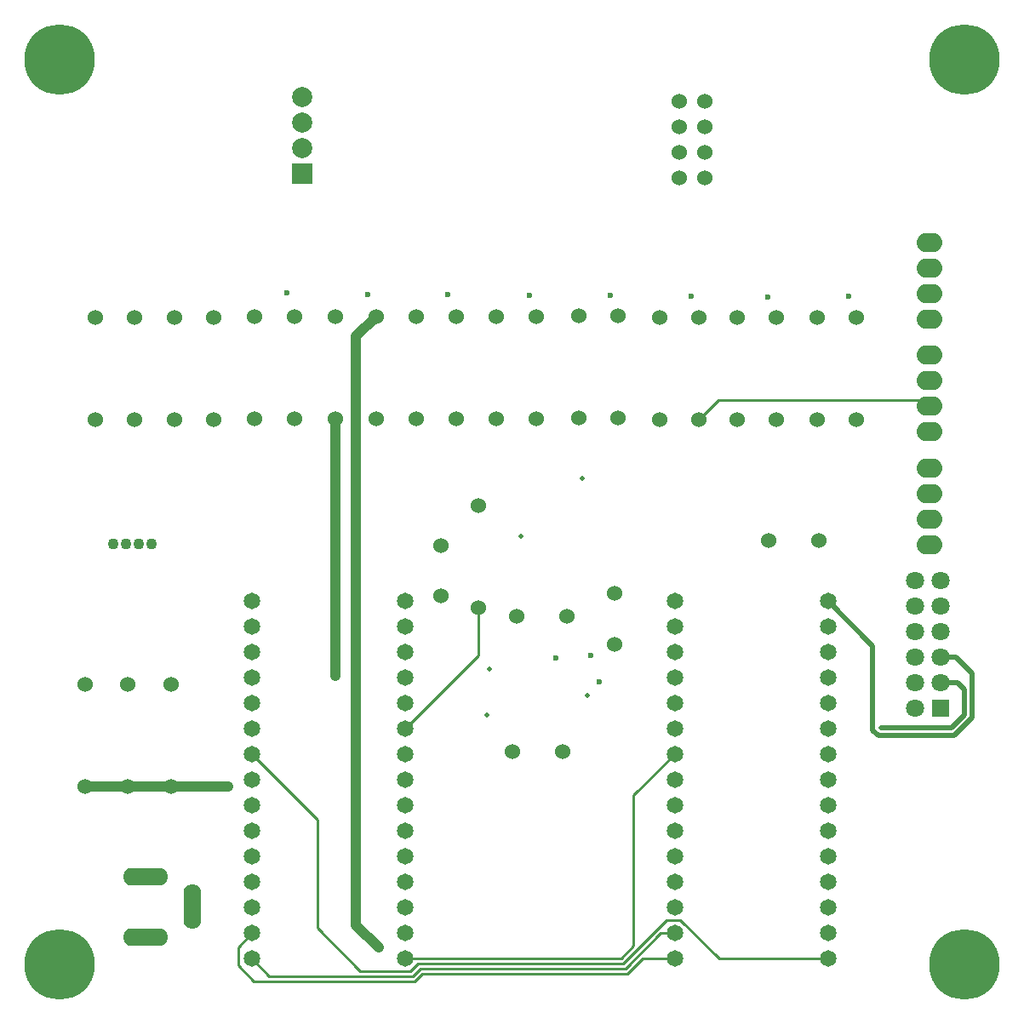
<source format=gbl>
G04 Layer_Physical_Order=4*
G04 Layer_Color=10027212*
%FSLAX43Y43*%
%MOMM*%
G71*
G01*
G75*
%ADD14C,0.254*%
%ADD15C,0.500*%
%ADD16C,1.524*%
%ADD17C,1.100*%
%ADD18C,1.651*%
%ADD19O,1.750X4.500*%
%ADD20O,4.500X1.750*%
%ADD21O,2.540X1.905*%
%ADD22C,1.800*%
%ADD23R,1.800X1.800*%
%ADD24C,2.000*%
%ADD25R,2.000X2.000*%
%ADD26C,0.500*%
%ADD27C,7.000*%
%ADD28C,0.600*%
%ADD29C,1.000*%
D14*
X54395Y48429D02*
X61675Y55709D01*
Y60440D01*
X83605Y79201D02*
X85554Y81150D01*
X105905D01*
X106550Y80505D01*
X37750Y24875D02*
Y26704D01*
X39155Y28109D01*
Y45889D02*
X45650Y39394D01*
Y28600D02*
Y39394D01*
X77075Y41809D02*
X81180Y45914D01*
X77969Y25594D02*
X81180D01*
X77075Y26855D02*
Y41809D01*
X79791Y28134D02*
X81180D01*
X75853Y25633D02*
X77075Y26855D01*
X54395Y25569D02*
X54459Y25633D01*
X75853D01*
X55105Y23855D02*
X55867Y24617D01*
X76274D01*
X55316Y23347D02*
X56078Y24109D01*
X76484D01*
X76274Y24617D02*
X79791Y28134D01*
X55657Y25125D02*
X76063D01*
X54895Y24363D02*
X55657Y25125D01*
X76484Y24109D02*
X77969Y25594D01*
X40870Y23855D02*
X55105D01*
X45650Y28600D02*
X49887Y24363D01*
X54895D01*
X39278Y23347D02*
X55316D01*
X39155Y25569D02*
X40870Y23855D01*
X37750Y24875D02*
X39278Y23347D01*
X76063Y25125D02*
X80363Y29425D01*
X81750D01*
X85581Y25594D01*
X96420D01*
D15*
X109021Y47796D02*
X110750Y49525D01*
X101413Y47796D02*
X109021D01*
X100900Y48309D02*
Y56674D01*
Y48309D02*
X101413Y47796D01*
X109310Y53015D02*
X109996Y52329D01*
Y49837D02*
Y52329D01*
X108709Y48550D02*
X109996Y49837D01*
X109120Y55555D02*
X110750Y53925D01*
Y49525D02*
Y53925D01*
X101725Y48550D02*
X108709D01*
X96420Y61154D02*
X100900Y56674D01*
X107590Y55555D02*
X109120D01*
X107590Y53015D02*
X109310D01*
D16*
X75225Y61875D02*
D03*
Y56875D02*
D03*
X65050Y46200D02*
D03*
X70050D02*
D03*
X61675Y70600D02*
D03*
Y60440D02*
D03*
X57913Y66628D02*
D03*
Y61628D02*
D03*
X31075Y52879D02*
D03*
Y42719D02*
D03*
X26800Y52879D02*
D03*
Y42719D02*
D03*
X22525Y52879D02*
D03*
Y42719D02*
D03*
X31400Y89385D02*
D03*
Y79225D02*
D03*
X35325D02*
D03*
Y89385D02*
D03*
X23550D02*
D03*
Y79225D02*
D03*
X27475D02*
D03*
Y89385D02*
D03*
X59475Y89428D02*
D03*
Y79268D02*
D03*
X63443D02*
D03*
Y89428D02*
D03*
X67452D02*
D03*
Y79268D02*
D03*
X55466Y89428D02*
D03*
Y79268D02*
D03*
X51459D02*
D03*
Y89428D02*
D03*
X47451D02*
D03*
Y79268D02*
D03*
X43392D02*
D03*
Y89428D02*
D03*
X39383D02*
D03*
Y79268D02*
D03*
X84175Y110875D02*
D03*
X81635D02*
D03*
X84175Y108335D02*
D03*
X81635D02*
D03*
X84175Y105795D02*
D03*
X81635D02*
D03*
X84175Y103255D02*
D03*
X81635D02*
D03*
X95500Y67175D02*
D03*
X90500D02*
D03*
X75570Y89486D02*
D03*
Y79326D02*
D03*
X91266Y79176D02*
D03*
Y89336D02*
D03*
X99227Y79201D02*
D03*
Y89361D02*
D03*
X83605D02*
D03*
Y79201D02*
D03*
X79698D02*
D03*
Y89361D02*
D03*
X87359Y89336D02*
D03*
Y79176D02*
D03*
X95320Y89361D02*
D03*
Y79201D02*
D03*
X71663Y89486D02*
D03*
Y79326D02*
D03*
X70450Y59650D02*
D03*
X65450D02*
D03*
D17*
X25295Y66825D02*
D03*
X26565D02*
D03*
X27835D02*
D03*
X29105D02*
D03*
D18*
X96420Y33214D02*
D03*
Y43374D02*
D03*
Y40834D02*
D03*
Y38294D02*
D03*
Y35754D02*
D03*
Y30674D02*
D03*
Y28134D02*
D03*
Y25594D02*
D03*
Y45914D02*
D03*
Y48454D02*
D03*
Y50994D02*
D03*
Y53534D02*
D03*
Y56074D02*
D03*
Y58614D02*
D03*
Y61154D02*
D03*
X81180Y25594D02*
D03*
Y28134D02*
D03*
Y30674D02*
D03*
Y33214D02*
D03*
Y35754D02*
D03*
Y38294D02*
D03*
Y40834D02*
D03*
Y43374D02*
D03*
Y45914D02*
D03*
Y48454D02*
D03*
Y50994D02*
D03*
Y53534D02*
D03*
Y56074D02*
D03*
Y58614D02*
D03*
Y61154D02*
D03*
X39155Y61129D02*
D03*
Y58589D02*
D03*
Y56049D02*
D03*
Y53509D02*
D03*
Y50969D02*
D03*
Y48429D02*
D03*
Y45889D02*
D03*
Y43349D02*
D03*
Y40809D02*
D03*
Y38269D02*
D03*
Y35729D02*
D03*
Y33189D02*
D03*
Y30649D02*
D03*
Y28109D02*
D03*
Y25569D02*
D03*
X54395Y61129D02*
D03*
Y58589D02*
D03*
Y56049D02*
D03*
Y53509D02*
D03*
Y50969D02*
D03*
Y48429D02*
D03*
Y45889D02*
D03*
Y25569D02*
D03*
Y28109D02*
D03*
Y30649D02*
D03*
Y33189D02*
D03*
Y35729D02*
D03*
Y38269D02*
D03*
Y40809D02*
D03*
Y43349D02*
D03*
D19*
X33225Y30750D02*
D03*
D20*
X28525Y33750D02*
D03*
Y27750D02*
D03*
D21*
X106550Y96785D02*
D03*
Y94245D02*
D03*
Y91705D02*
D03*
Y89165D02*
D03*
Y85585D02*
D03*
Y83045D02*
D03*
Y80505D02*
D03*
Y77965D02*
D03*
Y74360D02*
D03*
Y71820D02*
D03*
Y69280D02*
D03*
Y66740D02*
D03*
D22*
X107590Y63175D02*
D03*
Y60635D02*
D03*
Y58095D02*
D03*
Y55555D02*
D03*
Y53015D02*
D03*
X105050Y50475D02*
D03*
Y53015D02*
D03*
Y55555D02*
D03*
Y58095D02*
D03*
Y60635D02*
D03*
Y63175D02*
D03*
D23*
X107590Y50475D02*
D03*
D24*
X44150Y111270D02*
D03*
Y108730D02*
D03*
Y106190D02*
D03*
D25*
Y103650D02*
D03*
D26*
X65925Y67625D02*
D03*
X62750Y54350D02*
D03*
X72000Y73325D02*
D03*
X72479Y51753D02*
D03*
X62500Y49850D02*
D03*
X47451Y53726D02*
D03*
X51725Y26700D02*
D03*
X36756Y42719D02*
D03*
X101725Y48550D02*
D03*
D27*
X110000Y115000D02*
D03*
X20000D02*
D03*
Y25000D02*
D03*
X110000D02*
D03*
D28*
X42565Y91810D02*
D03*
X66725Y91575D02*
D03*
X58589Y91664D02*
D03*
X50625Y91600D02*
D03*
X82833Y91471D02*
D03*
X90483Y91421D02*
D03*
X98458Y91446D02*
D03*
X74807Y91557D02*
D03*
X72850Y55775D02*
D03*
X73675Y53075D02*
D03*
X69350Y55475D02*
D03*
D29*
X47451Y53726D02*
Y79268D01*
X31075Y42719D02*
X36756D01*
X26800D02*
X31075D01*
X22525D02*
X26800D01*
X49500Y87469D02*
X51459Y89428D01*
X49500Y28925D02*
Y87469D01*
Y28925D02*
X51725Y26700D01*
M02*

</source>
